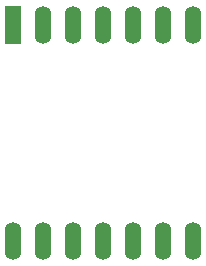
<source format=gbs>
G04 Layer: BottomSolderMaskLayer*
G04 EasyEDA Pro v1.9.26, 2022-12-23 16:49:17*
G04 Gerber Generator version 0.3*
G04 Scale: 100 percent, Rotated: No, Reflected: No*
G04 Dimensions in millimeters*
G04 Leading zeros omitted, absolute positions, 3 integers and 3 decimals*
%FSLAX33Y33*%
%MOMM*%
%ADD10R,1.404013X3.204012*%
%ADD11O,1.404013X3.204012*%
G75*


G04 Pad Start*
G54D10*
G01X4699Y-889D03*
G54D11*
G01X9779Y-889D03*
G01X12319Y-889D03*
G01X14859Y-889D03*
G01X17399Y-889D03*
G01X19939Y-889D03*
G01X7239Y-889D03*
G01X19939Y-19177D03*
G01X17399Y-19177D03*
G01X14859Y-19177D03*
G01X12319Y-19177D03*
G01X9779Y-19177D03*
G01X7239Y-19177D03*
G01X4699Y-19177D03*
G04 Pad End*

M02*

</source>
